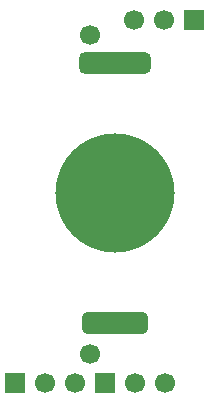
<source format=gbs>
G04*
G04 #@! TF.GenerationSoftware,Altium Limited,Altium Designer,18.1.7 (191)*
G04*
G04 Layer_Color=16711935*
%FSLAX24Y24*%
%MOIN*%
G70*
G01*
G75*
%ADD37C,0.0669*%
%ADD38R,0.0669X0.0669*%
%ADD69C,0.3976*%
G04:AMPARAMS|DCode=70|XSize=70.9mil|YSize=240.2mil|CornerRadius=18.7mil|HoleSize=0mil|Usage=FLASHONLY|Rotation=90.000|XOffset=0mil|YOffset=0mil|HoleType=Round|Shape=RoundedRectangle|*
%AMROUNDEDRECTD70*
21,1,0.0709,0.2028,0,0,90.0*
21,1,0.0335,0.2402,0,0,90.0*
1,1,0.0374,0.1014,0.0167*
1,1,0.0374,0.1014,-0.0167*
1,1,0.0374,-0.1014,-0.0167*
1,1,0.0374,-0.1014,0.0167*
%
%ADD70ROUNDEDRECTD70*%
G04:AMPARAMS|DCode=71|XSize=74.8mil|YSize=220.5mil|CornerRadius=19.7mil|HoleSize=0mil|Usage=FLASHONLY|Rotation=90.000|XOffset=0mil|YOffset=0mil|HoleType=Round|Shape=RoundedRectangle|*
%AMROUNDEDRECTD71*
21,1,0.0748,0.1811,0,0,90.0*
21,1,0.0354,0.2205,0,0,90.0*
1,1,0.0394,0.0906,0.0177*
1,1,0.0394,0.0906,-0.0177*
1,1,0.0394,-0.0906,-0.0177*
1,1,0.0394,-0.0906,0.0177*
%
%ADD71ROUNDEDRECTD71*%
D37*
X71012Y27470D02*
D03*
X72012D02*
D03*
X72049Y15344D02*
D03*
X71049D02*
D03*
X69047D02*
D03*
X68047D02*
D03*
X69537Y26969D02*
D03*
Y16329D02*
D03*
D38*
X73012Y27470D02*
D03*
X70049Y15344D02*
D03*
X67047D02*
D03*
D69*
X70364Y21703D02*
D03*
D70*
Y26033D02*
D03*
D71*
Y17372D02*
D03*
M02*

</source>
